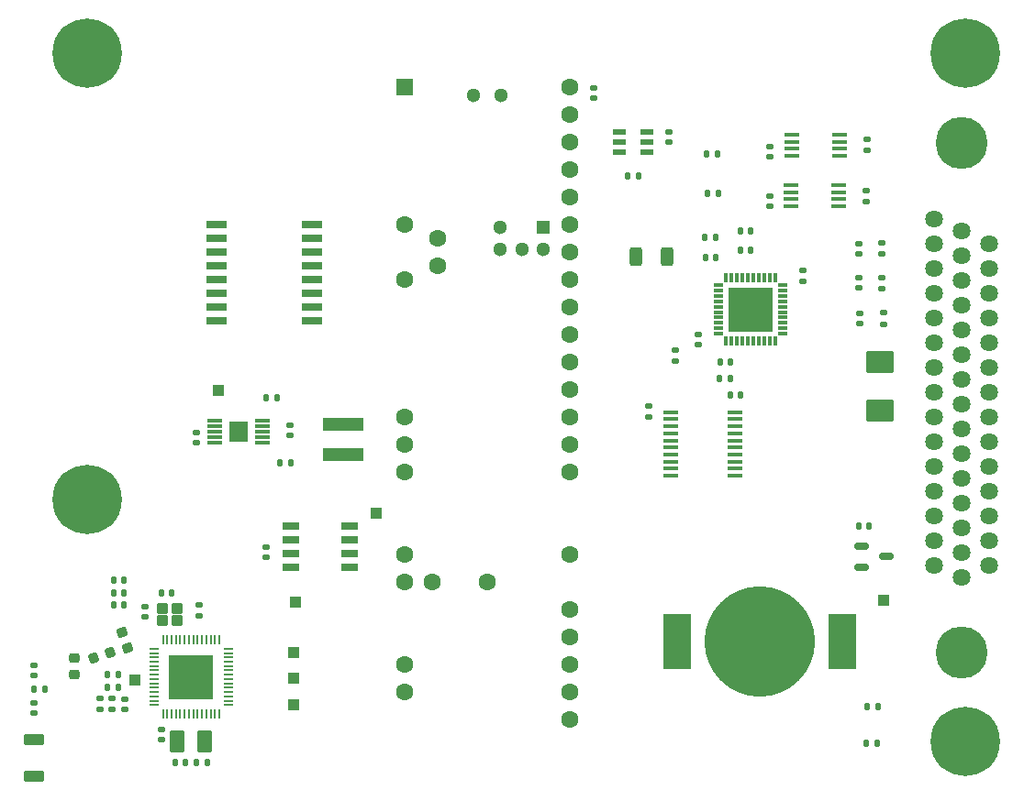
<source format=gts>
G04 #@! TF.GenerationSoftware,KiCad,Pcbnew,9.0.4*
G04 #@! TF.CreationDate,2025-12-23T06:11:40-05:00*
G04 #@! TF.ProjectId,main_board_v2,6d61696e-5f62-46f6-9172-645f76322e6b,rev?*
G04 #@! TF.SameCoordinates,Original*
G04 #@! TF.FileFunction,Soldermask,Top*
G04 #@! TF.FilePolarity,Negative*
%FSLAX46Y46*%
G04 Gerber Fmt 4.6, Leading zero omitted, Abs format (unit mm)*
G04 Created by KiCad (PCBNEW 9.0.4) date 2025-12-23 06:11:40*
%MOMM*%
%LPD*%
G01*
G04 APERTURE LIST*
G04 Aperture macros list*
%AMRoundRect*
0 Rectangle with rounded corners*
0 $1 Rounding radius*
0 $2 $3 $4 $5 $6 $7 $8 $9 X,Y pos of 4 corners*
0 Add a 4 corners polygon primitive as box body*
4,1,4,$2,$3,$4,$5,$6,$7,$8,$9,$2,$3,0*
0 Add four circle primitives for the rounded corners*
1,1,$1+$1,$2,$3*
1,1,$1+$1,$4,$5*
1,1,$1+$1,$6,$7*
1,1,$1+$1,$8,$9*
0 Add four rect primitives between the rounded corners*
20,1,$1+$1,$2,$3,$4,$5,0*
20,1,$1+$1,$4,$5,$6,$7,0*
20,1,$1+$1,$6,$7,$8,$9,0*
20,1,$1+$1,$8,$9,$2,$3,0*%
G04 Aperture macros list end*
%ADD10RoundRect,0.135000X-0.185000X0.135000X-0.185000X-0.135000X0.185000X-0.135000X0.185000X0.135000X0*%
%ADD11R,1.425000X0.300000*%
%ADD12R,1.680000X1.880000*%
%ADD13RoundRect,0.140000X-0.140000X-0.170000X0.140000X-0.170000X0.140000X0.170000X-0.140000X0.170000X0*%
%ADD14RoundRect,0.102000X0.550000X0.950000X-0.550000X0.950000X-0.550000X-0.950000X0.550000X-0.950000X0*%
%ADD15C,6.400000*%
%ADD16RoundRect,0.140000X-0.170000X0.140000X-0.170000X-0.140000X0.170000X-0.140000X0.170000X0.140000X0*%
%ADD17RoundRect,0.150000X-0.512500X-0.150000X0.512500X-0.150000X0.512500X0.150000X-0.512500X0.150000X0*%
%ADD18RoundRect,0.140000X0.170000X-0.140000X0.170000X0.140000X-0.170000X0.140000X-0.170000X-0.140000X0*%
%ADD19RoundRect,0.102000X1.129900X-0.937000X1.129900X0.937000X-1.129900X0.937000X-1.129900X-0.937000X0*%
%ADD20R,1.910000X0.640000*%
%ADD21R,1.150000X0.600000*%
%ADD22RoundRect,0.135000X0.135000X0.185000X-0.135000X0.185000X-0.135000X-0.185000X0.135000X-0.185000X0*%
%ADD23RoundRect,0.147500X0.147500X0.172500X-0.147500X0.172500X-0.147500X-0.172500X0.147500X-0.172500X0*%
%ADD24RoundRect,0.140000X0.140000X0.170000X-0.140000X0.170000X-0.140000X-0.170000X0.140000X-0.170000X0*%
%ADD25RoundRect,0.135000X-0.135000X-0.185000X0.135000X-0.185000X0.135000X0.185000X-0.135000X0.185000X0*%
%ADD26RoundRect,0.102000X-0.800000X0.400000X-0.800000X-0.400000X0.800000X-0.400000X0.800000X0.400000X0*%
%ADD27R,0.850000X0.200000*%
%ADD28R,0.200000X0.850000*%
%ADD29R,4.050000X4.050000*%
%ADD30RoundRect,0.250000X-0.312500X-0.625000X0.312500X-0.625000X0.312500X0.625000X-0.312500X0.625000X0*%
%ADD31R,1.600000X1.600000*%
%ADD32C,1.600000*%
%ADD33R,1.300000X1.300000*%
%ADD34C,1.300000*%
%ADD35RoundRect,0.135000X0.185000X-0.135000X0.185000X0.135000X-0.185000X0.135000X-0.185000X-0.135000X0*%
%ADD36RoundRect,0.218750X-0.117915X-0.315613X0.293200X-0.165979X0.117915X0.315613X-0.293200X0.165979X0*%
%ADD37R,1.000000X1.000000*%
%ADD38R,1.400000X0.450000*%
%ADD39RoundRect,0.147500X-0.147500X-0.172500X0.147500X-0.172500X0.147500X0.172500X-0.147500X0.172500X0*%
%ADD40RoundRect,0.147500X0.172500X-0.147500X0.172500X0.147500X-0.172500X0.147500X-0.172500X-0.147500X0*%
%ADD41RoundRect,0.102000X-0.425000X-0.375000X0.425000X-0.375000X0.425000X0.375000X-0.425000X0.375000X0*%
%ADD42R,2.500000X5.100000*%
%ADD43C,10.200000*%
%ADD44R,0.300000X0.850000*%
%ADD45R,0.850000X0.300000*%
%ADD46C,1.638000*%
%ADD47C,4.801000*%
%ADD48R,3.700000X1.200000*%
%ADD49R,1.500000X0.650000*%
%ADD50RoundRect,0.225000X-0.250000X0.225000X-0.250000X-0.225000X0.250000X-0.225000X0.250000X0.225000X0*%
%ADD51RoundRect,0.225000X0.311878X-0.125926X0.157969X0.296936X-0.311878X0.125926X-0.157969X-0.296936X0*%
%ADD52R,1.475000X0.450000*%
G04 APERTURE END LIST*
D10*
X124350000Y-39520000D03*
X124350000Y-40540000D03*
D11*
X62728000Y-52721000D03*
X62728000Y-53221000D03*
X62728000Y-53721000D03*
X62728000Y-54221000D03*
X62728000Y-54721000D03*
X67152000Y-54721000D03*
X67152000Y-54221000D03*
X67152000Y-53721000D03*
X67152000Y-53221000D03*
X67152000Y-52721000D03*
D12*
X64940000Y-53721000D03*
D13*
X111270000Y-36950000D03*
X112230000Y-36950000D03*
D14*
X61830000Y-82350000D03*
X59330000Y-82350000D03*
D15*
X132000000Y-82400000D03*
D16*
X69660000Y-53110000D03*
X69660000Y-54070000D03*
X54450000Y-78470000D03*
X54450000Y-79430000D03*
D17*
X122462500Y-64350000D03*
X122462500Y-66250000D03*
X124737500Y-65300000D03*
D18*
X102812000Y-52355000D03*
X102812000Y-51395000D03*
D19*
X124150000Y-51757000D03*
X124150000Y-47343000D03*
D16*
X97750000Y-22000000D03*
X97750000Y-22960000D03*
D20*
X71700000Y-43491207D03*
X71700000Y-42221207D03*
X71700000Y-40951207D03*
X71700000Y-39681207D03*
X71700000Y-38411207D03*
X71700000Y-37141207D03*
X71700000Y-35871207D03*
X71700000Y-34601207D03*
X62930000Y-34601207D03*
X62930000Y-35871207D03*
X62930000Y-37141207D03*
X62930000Y-38411207D03*
X62930000Y-39681207D03*
X62930000Y-40951207D03*
X62930000Y-42221207D03*
X62930000Y-43491207D03*
D21*
X100100000Y-26050000D03*
X100100000Y-27000000D03*
X100100000Y-27950000D03*
X102600000Y-27950000D03*
X102600000Y-27000000D03*
X102600000Y-26050000D03*
D22*
X109260000Y-31700000D03*
X108240000Y-31700000D03*
D16*
X107350000Y-44750000D03*
X107350000Y-45710000D03*
D13*
X59100000Y-84350000D03*
X60060000Y-84350000D03*
D23*
X47060000Y-77525000D03*
X46090000Y-77525000D03*
D24*
X109000000Y-37650000D03*
X108040000Y-37650000D03*
D25*
X108170000Y-28100000D03*
X109190000Y-28100000D03*
D16*
X122200000Y-39530000D03*
X122200000Y-40490000D03*
D26*
X46100000Y-82200000D03*
X46100000Y-85600000D03*
D27*
X57130000Y-73800000D03*
X57130000Y-74200000D03*
X57130000Y-74600000D03*
X57130000Y-75000000D03*
X57130000Y-75400000D03*
X57130000Y-75800000D03*
X57130000Y-76200000D03*
X57130000Y-76600000D03*
X57130000Y-77000000D03*
X57130000Y-77400000D03*
X57130000Y-77800000D03*
X57130000Y-78200000D03*
X57130000Y-78600000D03*
X57130000Y-79000000D03*
D28*
X57980000Y-79850000D03*
X58380000Y-79850000D03*
X58780000Y-79850000D03*
X59180000Y-79850000D03*
X59580000Y-79850000D03*
X59980000Y-79850000D03*
X60380000Y-79850000D03*
X60780000Y-79850000D03*
X61180000Y-79850000D03*
X61580000Y-79850000D03*
X61980000Y-79850000D03*
X62380000Y-79850000D03*
X62780000Y-79850000D03*
X63180000Y-79850000D03*
D27*
X64030000Y-79000000D03*
X64030000Y-78600000D03*
X64030000Y-78200000D03*
X64030000Y-77800000D03*
X64030000Y-77400000D03*
X64030000Y-77000000D03*
X64030000Y-76600000D03*
X64030000Y-76200000D03*
X64030000Y-75800000D03*
X64030000Y-75400000D03*
X64030000Y-75000000D03*
X64030000Y-74600000D03*
X64030000Y-74200000D03*
X64030000Y-73800000D03*
D28*
X63180000Y-72950000D03*
X62780000Y-72950000D03*
X62380000Y-72950000D03*
X61980000Y-72950000D03*
X61580000Y-72950000D03*
X61180000Y-72950000D03*
X60780000Y-72950000D03*
X60380000Y-72950000D03*
X59980000Y-72950000D03*
X59580000Y-72950000D03*
X59180000Y-72950000D03*
X58780000Y-72950000D03*
X58380000Y-72950000D03*
X57980000Y-72950000D03*
D29*
X60580000Y-76400000D03*
D30*
X101587500Y-37580000D03*
X104512500Y-37580000D03*
D31*
X80298400Y-21918602D03*
D32*
X80298400Y-34618602D03*
X80298400Y-39698602D03*
X80298400Y-52398602D03*
X80298400Y-54938602D03*
X80298400Y-57478602D03*
X80298400Y-65098602D03*
X80298400Y-67638602D03*
X80298400Y-75258602D03*
X80298400Y-77798602D03*
X95538400Y-80338602D03*
X95538400Y-77798602D03*
X95538400Y-75258602D03*
X95538400Y-72718602D03*
X95538400Y-70178602D03*
X95538400Y-65098602D03*
X95538400Y-57478602D03*
X95538400Y-54938602D03*
X95538400Y-52398602D03*
X95538400Y-49858602D03*
X95538400Y-47318602D03*
X95538400Y-44778602D03*
X95538400Y-42238602D03*
X95538400Y-39698602D03*
X95538400Y-37158602D03*
X95538400Y-34618602D03*
X95538400Y-32078602D03*
X95538400Y-29538602D03*
X95538400Y-26998602D03*
X95538400Y-24458602D03*
X95538400Y-21918602D03*
X82838400Y-67638602D03*
X87918400Y-67638602D03*
X83349200Y-35837802D03*
X83349200Y-38377802D03*
D33*
X93100000Y-34888602D03*
D34*
X89100000Y-34888602D03*
X89100000Y-36888602D03*
X91100000Y-36888602D03*
X93100000Y-36888602D03*
X89188400Y-22648602D03*
X86648400Y-22648602D03*
D15*
X51000000Y-60000000D03*
D18*
X56330000Y-70880000D03*
X56330000Y-69920000D03*
D16*
X122200000Y-36350000D03*
X122200000Y-37310000D03*
X61100000Y-53820000D03*
X61100000Y-54780000D03*
D24*
X62060000Y-84350000D03*
X61100000Y-84350000D03*
D35*
X61280000Y-70760000D03*
X61280000Y-69740000D03*
D36*
X51589992Y-74688682D03*
X53070008Y-74150000D03*
D37*
X63100000Y-49900000D03*
D13*
X110352000Y-50375000D03*
X111312000Y-50375000D03*
D24*
X54380000Y-67450000D03*
X53420000Y-67450000D03*
D38*
X120375000Y-28250000D03*
X120375000Y-27600000D03*
X120375000Y-26950000D03*
X120375000Y-26300000D03*
X115975000Y-26300000D03*
X115975000Y-26950000D03*
X115975000Y-27600000D03*
X115975000Y-28250000D03*
D39*
X52865000Y-77400000D03*
X53835000Y-77400000D03*
D40*
X46075000Y-79760000D03*
X46075000Y-78790000D03*
D37*
X124500000Y-69350000D03*
X70000000Y-76500000D03*
D16*
X122250000Y-42830000D03*
X122250000Y-43790000D03*
D13*
X111270000Y-35200000D03*
X112230000Y-35200000D03*
D37*
X70000000Y-74170000D03*
D10*
X124350000Y-36270000D03*
X124350000Y-37290000D03*
D18*
X104650000Y-27030000D03*
X104650000Y-26070000D03*
D24*
X54380000Y-68650000D03*
X53420000Y-68650000D03*
D18*
X113950000Y-32910000D03*
X113950000Y-31950000D03*
D10*
X105250000Y-46240000D03*
X105250000Y-47260000D03*
D16*
X57850000Y-81220000D03*
X57850000Y-82180000D03*
D15*
X51000000Y-18800000D03*
D41*
X57905000Y-71175000D03*
X59255000Y-71175000D03*
X59255000Y-70125000D03*
X57905000Y-70125000D03*
D25*
X67515000Y-50630000D03*
X68535000Y-50630000D03*
D24*
X110300000Y-48850000D03*
X109340000Y-48850000D03*
D13*
X68800000Y-56600000D03*
X69760000Y-56600000D03*
D16*
X67500000Y-64420000D03*
X67500000Y-65380000D03*
D35*
X122900000Y-32520000D03*
X122900000Y-31500000D03*
D42*
X105450000Y-73100000D03*
X120650000Y-73100000D03*
D43*
X113050000Y-73100000D03*
D22*
X123950000Y-79150000D03*
X122930000Y-79150000D03*
X123900000Y-82550000D03*
X122880000Y-82550000D03*
D35*
X122950000Y-27760000D03*
X122950000Y-26740000D03*
D16*
X53300000Y-78420000D03*
X53300000Y-79380000D03*
D24*
X54380000Y-69750000D03*
X53420000Y-69750000D03*
D16*
X52200000Y-78420000D03*
X52200000Y-79380000D03*
D24*
X110330000Y-47300000D03*
X109370000Y-47300000D03*
D18*
X46100000Y-76280000D03*
X46100000Y-75320000D03*
D15*
X132000000Y-18800000D03*
D16*
X117050000Y-38870000D03*
X117050000Y-39830000D03*
D44*
X114450000Y-39500000D03*
X113950000Y-39500000D03*
X113450000Y-39500000D03*
X112950000Y-39500000D03*
X112450000Y-39500000D03*
X111950000Y-39500000D03*
X111450000Y-39500000D03*
X110950000Y-39500000D03*
X110450000Y-39500000D03*
X109950000Y-39500000D03*
D45*
X109250000Y-40200000D03*
X109250000Y-40700000D03*
X109250000Y-41200000D03*
X109250000Y-41700000D03*
X109250000Y-42200000D03*
X109250000Y-42700000D03*
X109250000Y-43200000D03*
X109250000Y-43700000D03*
X109250000Y-44200000D03*
X109250000Y-44700000D03*
D44*
X109950000Y-45400000D03*
X110450000Y-45400000D03*
X110950000Y-45400000D03*
X111450000Y-45400000D03*
X111950000Y-45400000D03*
X112450000Y-45400000D03*
X112950000Y-45400000D03*
X113450000Y-45400000D03*
X113950000Y-45400000D03*
X114450000Y-45400000D03*
D45*
X115150000Y-44700000D03*
X115150000Y-44200000D03*
X115150000Y-43700000D03*
X115150000Y-43200000D03*
X115150000Y-42700000D03*
X115150000Y-42200000D03*
X115150000Y-41700000D03*
X115150000Y-41200000D03*
X115150000Y-40700000D03*
X115150000Y-40200000D03*
D29*
X112200000Y-42450000D03*
D18*
X113950000Y-28380000D03*
X113950000Y-27420000D03*
D37*
X55400000Y-76730000D03*
D24*
X123130000Y-62500000D03*
X122170000Y-62500000D03*
D46*
X129122000Y-66104950D03*
X129122000Y-63818950D03*
X129122000Y-61532950D03*
X129122000Y-59246950D03*
X129122000Y-56960950D03*
X129122000Y-54674950D03*
X129122000Y-52388950D03*
X129122000Y-50102950D03*
X129122000Y-47816950D03*
X129122000Y-45530950D03*
X129122000Y-43244950D03*
X129122000Y-40958950D03*
X129122000Y-38672950D03*
X129122000Y-36386950D03*
X129122000Y-34100950D03*
X131662000Y-67247950D03*
X131662000Y-64961950D03*
X131662000Y-62675950D03*
X131662000Y-60389950D03*
X131662000Y-58103950D03*
X131662000Y-55817950D03*
X131662000Y-53531950D03*
X131662000Y-51245950D03*
X131662000Y-48959950D03*
X131662000Y-46673950D03*
X131662000Y-44387950D03*
X131662000Y-42101950D03*
X131662000Y-39815950D03*
X131662000Y-37529950D03*
X131662000Y-35243950D03*
X134202000Y-66104950D03*
X134202000Y-63818950D03*
X134202000Y-61532950D03*
X134202000Y-59246950D03*
X134202000Y-56960950D03*
X134202000Y-54674950D03*
X134202000Y-52388950D03*
X134202000Y-50102950D03*
X134202000Y-47816950D03*
X134202000Y-45530950D03*
X134202000Y-43244950D03*
X134202000Y-40958950D03*
X134202000Y-38672950D03*
X134202000Y-36386950D03*
D47*
X131662000Y-74130950D03*
X131662000Y-27090950D03*
D22*
X101900000Y-30100000D03*
X100880000Y-30100000D03*
D10*
X124450000Y-42780000D03*
X124450000Y-43800000D03*
D48*
X74650000Y-53070000D03*
X74650000Y-55870000D03*
D37*
X70000000Y-79000000D03*
X77650000Y-61250000D03*
D49*
X69800000Y-62495000D03*
X69800000Y-63765000D03*
X69800000Y-65035000D03*
X69800000Y-66305000D03*
X75200000Y-66305000D03*
X75200000Y-65035000D03*
X75200000Y-63765000D03*
X75200000Y-62495000D03*
D38*
X120350000Y-32925000D03*
X120350000Y-32275000D03*
X120350000Y-31625000D03*
X120350000Y-30975000D03*
X115950000Y-30975000D03*
X115950000Y-31625000D03*
X115950000Y-32275000D03*
X115950000Y-32925000D03*
D24*
X58810000Y-68650000D03*
X57850000Y-68650000D03*
D50*
X49830000Y-74644341D03*
X49830000Y-76194341D03*
D24*
X108950000Y-35800000D03*
X107990000Y-35800000D03*
D37*
X70250000Y-69500000D03*
D24*
X53830000Y-76200000D03*
X52870000Y-76200000D03*
D51*
X54732566Y-73726433D03*
X54202434Y-72269909D03*
D52*
X104874000Y-51950000D03*
X104874000Y-52600000D03*
X104874000Y-53250000D03*
X104874000Y-53900000D03*
X104874000Y-54550000D03*
X104874000Y-55200000D03*
X104874000Y-55850000D03*
X104874000Y-56500000D03*
X104874000Y-57150000D03*
X104874000Y-57800000D03*
X110750000Y-57800000D03*
X110750000Y-57150000D03*
X110750000Y-56500000D03*
X110750000Y-55850000D03*
X110750000Y-55200000D03*
X110750000Y-54550000D03*
X110750000Y-53900000D03*
X110750000Y-53250000D03*
X110750000Y-52600000D03*
X110750000Y-51950000D03*
M02*

</source>
